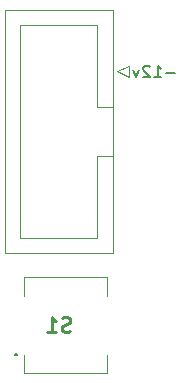
<source format=gbr>
G04 #@! TF.GenerationSoftware,KiCad,Pcbnew,(6.0.0)*
G04 #@! TF.CreationDate,2022-01-28T00:57:07+09:00*
G04 #@! TF.ProjectId,exits board A,65786974-7320-4626-9f61-726420412e6b,2.1*
G04 #@! TF.SameCoordinates,Original*
G04 #@! TF.FileFunction,Legend,Bot*
G04 #@! TF.FilePolarity,Positive*
%FSLAX46Y46*%
G04 Gerber Fmt 4.6, Leading zero omitted, Abs format (unit mm)*
G04 Created by KiCad (PCBNEW (6.0.0)) date 2022-01-28 00:57:07*
%MOMM*%
%LPD*%
G01*
G04 APERTURE LIST*
%ADD10C,0.150000*%
%ADD11C,0.254000*%
%ADD12C,0.100000*%
%ADD13C,0.200000*%
%ADD14C,0.120000*%
G04 APERTURE END LIST*
D10*
X137814285Y-45871428D02*
X137052380Y-45871428D01*
X136052380Y-46252380D02*
X136623809Y-46252380D01*
X136338095Y-46252380D02*
X136338095Y-45252380D01*
X136433333Y-45395238D01*
X136528571Y-45490476D01*
X136623809Y-45538095D01*
X135671428Y-45347619D02*
X135623809Y-45300000D01*
X135528571Y-45252380D01*
X135290476Y-45252380D01*
X135195238Y-45300000D01*
X135147619Y-45347619D01*
X135100000Y-45442857D01*
X135100000Y-45538095D01*
X135147619Y-45680952D01*
X135719047Y-46252380D01*
X135100000Y-46252380D01*
X134766666Y-45585714D02*
X134528571Y-46252380D01*
X134290476Y-45585714D01*
D11*
X128942619Y-67744047D02*
X128761190Y-67804523D01*
X128458809Y-67804523D01*
X128337857Y-67744047D01*
X128277380Y-67683571D01*
X128216904Y-67562619D01*
X128216904Y-67441666D01*
X128277380Y-67320714D01*
X128337857Y-67260238D01*
X128458809Y-67199761D01*
X128700714Y-67139285D01*
X128821666Y-67078809D01*
X128882142Y-67018333D01*
X128942619Y-66897380D01*
X128942619Y-66776428D01*
X128882142Y-66655476D01*
X128821666Y-66595000D01*
X128700714Y-66534523D01*
X128398333Y-66534523D01*
X128216904Y-66595000D01*
X127007380Y-67804523D02*
X127733095Y-67804523D01*
X127370238Y-67804523D02*
X127370238Y-66534523D01*
X127491190Y-66715952D01*
X127612142Y-66836904D01*
X127733095Y-66897380D01*
D12*
X132050000Y-63155000D02*
X125050000Y-63155000D01*
X132050000Y-71305000D02*
X125050000Y-71305000D01*
D13*
X124250000Y-69730000D02*
X124250000Y-69730000D01*
D12*
X132050000Y-64730000D02*
X132050000Y-63155000D01*
X125050000Y-71305000D02*
X125050000Y-69730000D01*
X132050000Y-69730000D02*
X132050000Y-71305000D01*
D13*
X124450000Y-69730000D02*
X124450000Y-69730000D01*
D12*
X125050000Y-63155000D02*
X125050000Y-64730000D01*
D13*
X124250000Y-69730000D02*
G75*
G03*
X124450000Y-69730000I100000J0D01*
G01*
X124450000Y-69730000D02*
G75*
G03*
X124250000Y-69730000I-100000J0D01*
G01*
D14*
X131230000Y-41840000D02*
X124730000Y-41840000D01*
X131230000Y-59820000D02*
X131230000Y-52880000D01*
X131230000Y-52880000D02*
X131230000Y-52880000D01*
X132540000Y-48780000D02*
X131230000Y-48780000D01*
X124730000Y-59820000D02*
X131230000Y-59820000D01*
X131230000Y-52880000D02*
X132540000Y-52880000D01*
X123420000Y-40540000D02*
X123420000Y-61120000D01*
X131230000Y-48780000D02*
X131230000Y-41840000D01*
X132930000Y-45750000D02*
X133930000Y-45250000D01*
X133930000Y-45250000D02*
X133930000Y-46250000D01*
X132540000Y-61120000D02*
X132540000Y-40540000D01*
X133930000Y-46250000D02*
X132930000Y-45750000D01*
X132540000Y-40540000D02*
X123420000Y-40540000D01*
X123420000Y-61120000D02*
X132540000Y-61120000D01*
X124730000Y-41840000D02*
X124730000Y-59820000D01*
M02*

</source>
